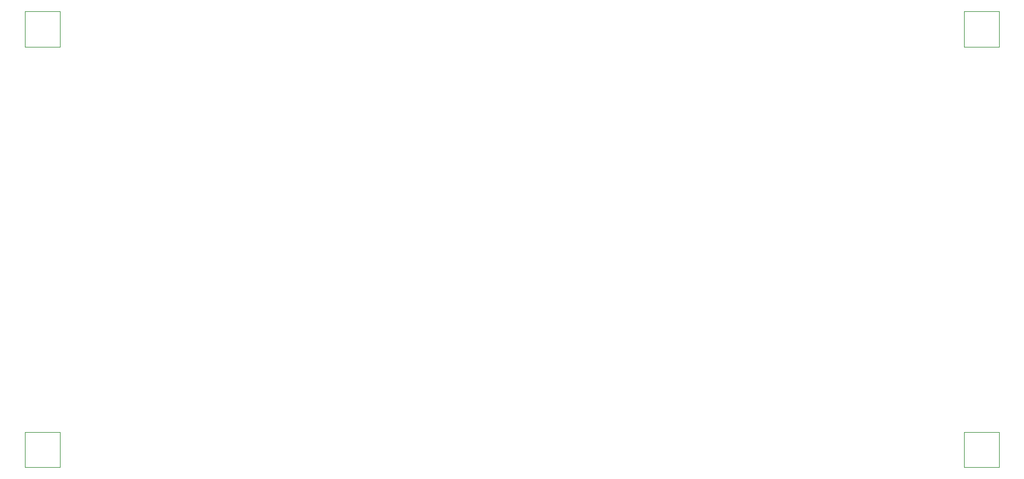
<source format=gbr>
%TF.GenerationSoftware,KiCad,Pcbnew,8.0.3*%
%TF.CreationDate,2025-04-22T09:56:44+02:00*%
%TF.ProjectId,cascade,63617363-6164-4652-9e6b-696361645f70,rev?*%
%TF.SameCoordinates,Original*%
%TF.FileFunction,Legend,Bot*%
%TF.FilePolarity,Positive*%
%FSLAX46Y46*%
G04 Gerber Fmt 4.6, Leading zero omitted, Abs format (unit mm)*
G04 Created by KiCad (PCBNEW 8.0.3) date 2025-04-22 09:56:44*
%MOMM*%
%LPD*%
G01*
G04 APERTURE LIST*
%ADD10C,0.100000*%
G04 APERTURE END LIST*
D10*
X50500000Y-47500000D02*
X55500000Y-47500000D01*
X55500000Y-52500000D01*
X50500000Y-52500000D01*
X50500000Y-47500000D01*
X50500000Y-107500000D02*
X55500000Y-107500000D01*
X55500000Y-112500000D01*
X50500000Y-112500000D01*
X50500000Y-107500000D01*
X184500000Y-47500000D02*
X189500000Y-47500000D01*
X189500000Y-52500000D01*
X184500000Y-52500000D01*
X184500000Y-47500000D01*
X184500000Y-107500000D02*
X189500000Y-107500000D01*
X189500000Y-112500000D01*
X184500000Y-112500000D01*
X184500000Y-107500000D01*
M02*

</source>
